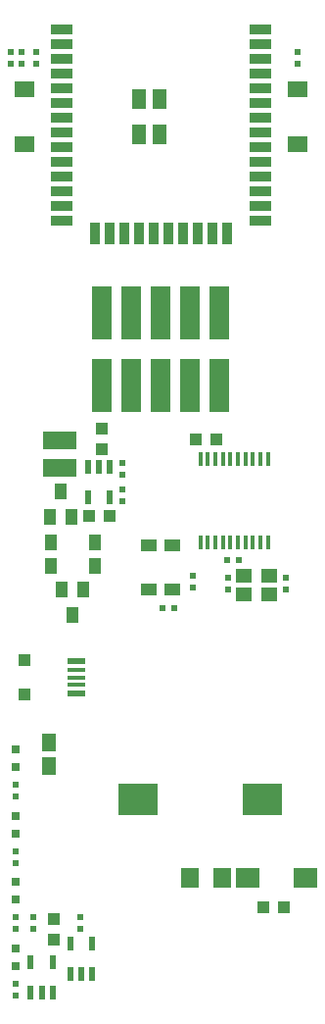
<source format=gbr>
G04 #@! TF.GenerationSoftware,KiCad,Pcbnew,5.1.0-rc2-unknown-036be7d~80~ubuntu16.04.1*
G04 #@! TF.CreationDate,2021-12-23T14:11:39+02:00*
G04 #@! TF.ProjectId,ESP32-PoE-ISO_Rev_I,45535033-322d-4506-9f45-2d49534f5f52,I*
G04 #@! TF.SameCoordinates,Original*
G04 #@! TF.FileFunction,Paste,Top*
G04 #@! TF.FilePolarity,Positive*
%FSLAX46Y46*%
G04 Gerber Fmt 4.6, Leading zero omitted, Abs format (unit mm)*
G04 Created by KiCad (PCBNEW 5.1.0-rc2-unknown-036be7d~80~ubuntu16.04.1) date 2021-12-23 14:11:39*
%MOMM*%
%LPD*%
G04 APERTURE LIST*
%ADD10R,1.901600X0.901600*%
%ADD11R,0.901600X1.901600*%
%ADD12R,1.200000X1.800000*%
%ADD13R,1.754000X1.327000*%
%ADD14R,3.000000X1.600000*%
%ADD15R,1.400000X1.200000*%
%ADD16R,1.400000X1.000000*%
%ADD17R,1.000000X1.400000*%
%ADD18R,0.550000X0.500000*%
%ADD19R,0.550000X1.200000*%
%ADD20R,1.270000X1.524000*%
%ADD21R,0.800000X0.800000*%
%ADD22R,0.500000X0.550000*%
%ADD23R,1.016000X1.016000*%
%ADD24R,0.325000X1.270000*%
%ADD25R,3.400000X2.700000*%
%ADD26C,1.700000*%
%ADD27C,0.100000*%
%ADD28R,1.650000X0.500000*%
%ADD29R,1.650000X0.325000*%
%ADD30R,1.000000X1.100000*%
%ADD31R,2.000000X1.700000*%
%ADD32R,1.524000X1.778000*%
G04 APERTURE END LIST*
D10*
X112740000Y-96725000D03*
X112740000Y-97995000D03*
X112740000Y-99265000D03*
X112740000Y-100535000D03*
X112740000Y-101805000D03*
X112740000Y-103075000D03*
X112740000Y-104345000D03*
X112740000Y-105615000D03*
X112740000Y-106885000D03*
X112740000Y-108155000D03*
X112740000Y-109425000D03*
X112740000Y-110695000D03*
X112740000Y-111965000D03*
X112740000Y-113235000D03*
D11*
X109870000Y-114335000D03*
X108600000Y-114335000D03*
X107330000Y-114335000D03*
X106060000Y-114335000D03*
X104790000Y-114335000D03*
X103520000Y-114335000D03*
X102250000Y-114335000D03*
X100980000Y-114335000D03*
X99710000Y-114335000D03*
X98440000Y-114335000D03*
D10*
X95540000Y-113235000D03*
X95540000Y-111965000D03*
X95540000Y-110695000D03*
X95540000Y-109425000D03*
X95540000Y-108155000D03*
X95540000Y-106885000D03*
X95540000Y-105615000D03*
X95540000Y-104345000D03*
X95540000Y-103075000D03*
X95540000Y-101805000D03*
X95540000Y-100535000D03*
X95540000Y-99265000D03*
X95540000Y-97995000D03*
X95540000Y-96725000D03*
D12*
X102240000Y-102735000D03*
X102240000Y-105735000D03*
X104040000Y-102735000D03*
X104040000Y-105735000D03*
D13*
X115959000Y-101877000D03*
X115959000Y-106657000D03*
X92321000Y-101877000D03*
X92321000Y-106657000D03*
D14*
X95377000Y-132150000D03*
X95377000Y-134550000D03*
D15*
X111338000Y-143853000D03*
X113538000Y-145453000D03*
X113538000Y-143853000D03*
X111338000Y-145453000D03*
D16*
X105156000Y-145029000D03*
X105156000Y-141229000D03*
X103124000Y-145029000D03*
X103124000Y-141229000D03*
D17*
X94620000Y-140970000D03*
X98420000Y-140970000D03*
X98420000Y-143002000D03*
X94620000Y-143002000D03*
D18*
X92075000Y-99695000D03*
X92075000Y-98679000D03*
X91186000Y-98679000D03*
X91186000Y-99695000D03*
X93091000Y-173355000D03*
X93091000Y-174371000D03*
D19*
X92903000Y-179862000D03*
X93853000Y-179862000D03*
X94803000Y-179862000D03*
X92903000Y-177262000D03*
X94803000Y-177262000D03*
D20*
X94488000Y-158242000D03*
X94488000Y-160274000D03*
D21*
X91567000Y-164592000D03*
X91567000Y-166116000D03*
X91567000Y-160401000D03*
X91567000Y-158877000D03*
D18*
X97155000Y-173355000D03*
X97155000Y-174371000D03*
X100838000Y-137414000D03*
X100838000Y-136398000D03*
X100838000Y-134112000D03*
X100838000Y-135128000D03*
X91567000Y-174371000D03*
X91567000Y-173355000D03*
X91567000Y-162941000D03*
X91567000Y-161925000D03*
X91567000Y-168656000D03*
X91567000Y-167640000D03*
X91567000Y-180086000D03*
X91567000Y-179070000D03*
D22*
X104267000Y-146685000D03*
X105283000Y-146685000D03*
X110871000Y-142494000D03*
X109855000Y-142494000D03*
D23*
X99695000Y-138684000D03*
X97917000Y-138684000D03*
X94869000Y-173482000D03*
X94869000Y-175260000D03*
D19*
X99756000Y-134463000D03*
X98806000Y-134463000D03*
X97856000Y-134463000D03*
X99756000Y-137063000D03*
X97856000Y-137063000D03*
D24*
X107565000Y-141033500D03*
X108215000Y-141033500D03*
X108865000Y-141033500D03*
X109515000Y-141033500D03*
X110165000Y-141033500D03*
X110815000Y-141033500D03*
X111465000Y-141033500D03*
X112115000Y-141033500D03*
X112765000Y-141033500D03*
X113415000Y-141033500D03*
X113415000Y-133794500D03*
X112765000Y-133794500D03*
X112115000Y-133794500D03*
X111465000Y-133794500D03*
X110815000Y-133794500D03*
X110165000Y-133794500D03*
X109515000Y-133794500D03*
X108865000Y-133794500D03*
X108215000Y-133794500D03*
X107565000Y-133794500D03*
D21*
X91567000Y-171831000D03*
X91567000Y-170307000D03*
D23*
X99060000Y-132969000D03*
X99060000Y-131191000D03*
D21*
X91567000Y-177546000D03*
X91567000Y-176022000D03*
D23*
X107188000Y-132080000D03*
X108966000Y-132080000D03*
D17*
X94554040Y-138775440D03*
X96456500Y-138775440D03*
X95501460Y-136565640D03*
X97469960Y-145069560D03*
X95567500Y-145069560D03*
X96522540Y-147279360D03*
D18*
X115951000Y-98679000D03*
X115951000Y-99695000D03*
X114935000Y-145034000D03*
X114935000Y-144018000D03*
X109982000Y-144018000D03*
X109982000Y-145034000D03*
X93345000Y-99695000D03*
X93345000Y-98679000D03*
D25*
X112919000Y-163195000D03*
X102219000Y-163195000D03*
D18*
X106934000Y-144907000D03*
X106934000Y-143891000D03*
D26*
X99060000Y-127458000D03*
D27*
G36*
X98210000Y-129733000D02*
G01*
X98210000Y-125183000D01*
X99910000Y-125183000D01*
X99910000Y-129733000D01*
X98210000Y-129733000D01*
X98210000Y-129733000D01*
G37*
D26*
X101600000Y-127458000D03*
D27*
G36*
X100750000Y-129733000D02*
G01*
X100750000Y-125183000D01*
X102450000Y-125183000D01*
X102450000Y-129733000D01*
X100750000Y-129733000D01*
X100750000Y-129733000D01*
G37*
D26*
X104140000Y-127458000D03*
D27*
G36*
X103290000Y-129733000D02*
G01*
X103290000Y-125183000D01*
X104990000Y-125183000D01*
X104990000Y-129733000D01*
X103290000Y-129733000D01*
X103290000Y-129733000D01*
G37*
D26*
X106680000Y-127458000D03*
D27*
G36*
X105830000Y-129733000D02*
G01*
X105830000Y-125183000D01*
X107530000Y-125183000D01*
X107530000Y-129733000D01*
X105830000Y-129733000D01*
X105830000Y-129733000D01*
G37*
D26*
X109220000Y-127458000D03*
D27*
G36*
X108370000Y-129733000D02*
G01*
X108370000Y-125183000D01*
X110070000Y-125183000D01*
X110070000Y-129733000D01*
X108370000Y-129733000D01*
X108370000Y-129733000D01*
G37*
D26*
X109220000Y-121208000D03*
D27*
G36*
X108370000Y-123483000D02*
G01*
X108370000Y-118933000D01*
X110070000Y-118933000D01*
X110070000Y-123483000D01*
X108370000Y-123483000D01*
X108370000Y-123483000D01*
G37*
D26*
X106680000Y-121208000D03*
D27*
G36*
X105830000Y-123483000D02*
G01*
X105830000Y-118933000D01*
X107530000Y-118933000D01*
X107530000Y-123483000D01*
X105830000Y-123483000D01*
X105830000Y-123483000D01*
G37*
D26*
X99060000Y-121208000D03*
D27*
G36*
X98210000Y-123483000D02*
G01*
X98210000Y-118933000D01*
X99910000Y-118933000D01*
X99910000Y-123483000D01*
X98210000Y-123483000D01*
X98210000Y-123483000D01*
G37*
D26*
X101600000Y-121208000D03*
D27*
G36*
X100750000Y-123483000D02*
G01*
X100750000Y-118933000D01*
X102450000Y-118933000D01*
X102450000Y-123483000D01*
X100750000Y-123483000D01*
X100750000Y-123483000D01*
G37*
D26*
X104140000Y-121208000D03*
D27*
G36*
X103290000Y-123483000D02*
G01*
X103290000Y-118933000D01*
X104990000Y-118933000D01*
X104990000Y-123483000D01*
X103290000Y-123483000D01*
X103290000Y-123483000D01*
G37*
D28*
X96876000Y-151266500D03*
D29*
X96876000Y-152004000D03*
X96876000Y-152654000D03*
X96876000Y-153304000D03*
D28*
X96876000Y-154041500D03*
D30*
X92326000Y-151154000D03*
X92326000Y-154154000D03*
D19*
X96332000Y-178211000D03*
X97282000Y-178211000D03*
X98232000Y-178211000D03*
X96332000Y-175611000D03*
X98232000Y-175611000D03*
D31*
X116673000Y-169926000D03*
X111673000Y-169926000D03*
D32*
X106680000Y-169926000D03*
X109474000Y-169926000D03*
D23*
X114808000Y-172466000D03*
X113030000Y-172466000D03*
M02*

</source>
